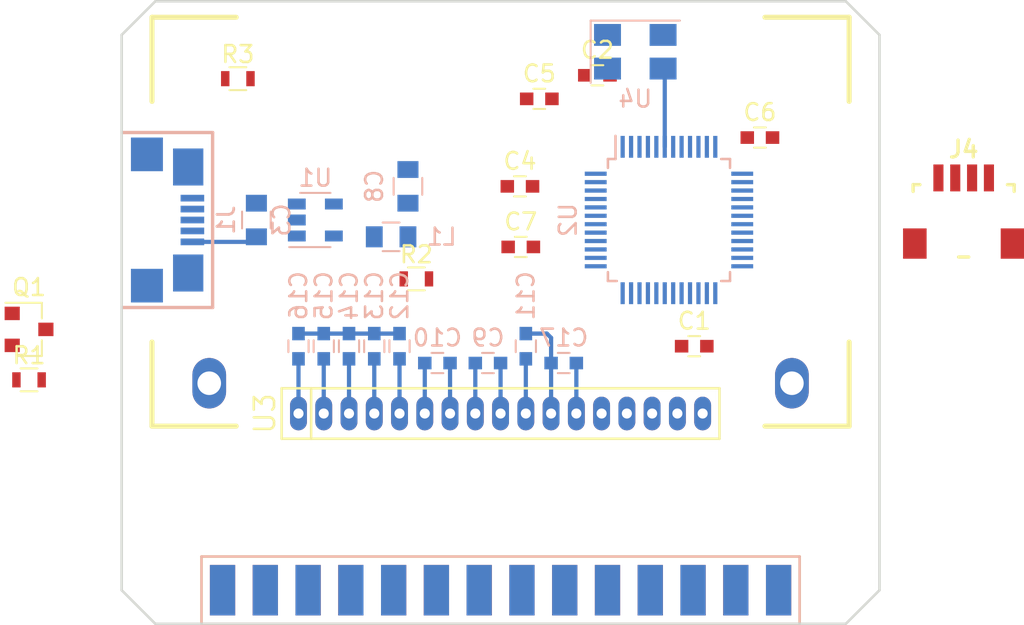
<source format=kicad_pcb>
(kicad_pcb (version 4) (host pcbnew 4.0.6)

  (general
    (links 104)
    (no_connects 85)
    (area 119.424999 65.424999 164.575001 102.575001)
    (thickness 1.6)
    (drawings 8)
    (tracks 24)
    (zones 0)
    (modules 30)
    (nets 53)
  )

  (page A4)
  (layers
    (0 F.Cu signal)
    (31 B.Cu signal)
    (32 B.Adhes user)
    (33 F.Adhes user)
    (34 B.Paste user)
    (35 F.Paste user)
    (36 B.SilkS user)
    (37 F.SilkS user)
    (38 B.Mask user)
    (39 F.Mask user)
    (40 Dwgs.User user)
    (41 Cmts.User user)
    (42 Eco1.User user)
    (43 Eco2.User user)
    (44 Edge.Cuts user)
    (45 Margin user)
    (46 B.CrtYd user)
    (47 F.CrtYd user)
    (48 B.Fab user hide)
    (49 F.Fab user hide)
  )

  (setup
    (last_trace_width 0.25)
    (trace_clearance 0.2)
    (zone_clearance 0.508)
    (zone_45_only no)
    (trace_min 0.2)
    (segment_width 0.2)
    (edge_width 0.15)
    (via_size 0.6)
    (via_drill 0.4)
    (via_min_size 0.4)
    (via_min_drill 0.3)
    (uvia_size 0.3)
    (uvia_drill 0.1)
    (uvias_allowed no)
    (uvia_min_size 0.2)
    (uvia_min_drill 0.1)
    (pcb_text_width 0.3)
    (pcb_text_size 1.5 1.5)
    (mod_edge_width 0.15)
    (mod_text_size 1 1)
    (mod_text_width 0.15)
    (pad_size 1.524 1.524)
    (pad_drill 0.762)
    (pad_to_mask_clearance 0.1)
    (aux_axis_origin 0 0)
    (visible_elements 7FFFFFFF)
    (pcbplotparams
      (layerselection 0x00030_80000001)
      (usegerberextensions false)
      (excludeedgelayer true)
      (linewidth 0.100000)
      (plotframeref false)
      (viasonmask false)
      (mode 1)
      (useauxorigin false)
      (hpglpennumber 1)
      (hpglpenspeed 20)
      (hpglpendiameter 15)
      (hpglpenoverlay 2)
      (psnegative false)
      (psa4output false)
      (plotreference true)
      (plotvalue true)
      (plotinvisibletext false)
      (padsonsilk false)
      (subtractmaskfromsilk false)
      (outputformat 1)
      (mirror false)
      (drillshape 1)
      (scaleselection 1)
      (outputdirectory ""))
  )

  (net 0 "")
  (net 1 GND)
  (net 2 +3V3)
  (net 3 "Net-(C9-Pad2)")
  (net 4 "Net-(C9-Pad1)")
  (net 5 "Net-(C10-Pad2)")
  (net 6 "Net-(C10-Pad1)")
  (net 7 "Net-(C11-Pad1)")
  (net 8 "Net-(C12-Pad1)")
  (net 9 "Net-(C13-Pad1)")
  (net 10 "Net-(C14-Pad1)")
  (net 11 "Net-(C15-Pad1)")
  (net 12 "Net-(C16-Pad1)")
  (net 13 "Net-(J1-Pad6)")
  (net 14 /PA0)
  (net 15 /PA1)
  (net 16 /PA2)
  (net 17 /PA3)
  (net 18 /PA4)
  (net 19 /PA5)
  (net 20 /PA6)
  (net 21 /PA7)
  (net 22 /PB0)
  (net 23 /PB1)
  (net 24 /PB10)
  (net 25 /PB11)
  (net 26 /PA9)
  (net 27 /PA10)
  (net 28 /PA15)
  (net 29 /PB3)
  (net 30 /PB4)
  (net 31 /PB5)
  (net 32 /PB6)
  (net 33 /PB7)
  (net 34 /PB8)
  (net 35 /PB9)
  (net 36 "Net-(L1-Pad1)")
  (net 37 "Net-(Q1-Pad1)")
  (net 38 "Net-(Q1-Pad3)")
  (net 39 "Net-(R1-Pad1)")
  (net 40 /LCD_BACKLIGHT)
  (net 41 "Net-(R3-Pad2)")
  (net 42 "Net-(U2-Pad6)")
  (net 43 /LCD_CS)
  (net 44 /LCD_SCK)
  (net 45 /LCD_A0)
  (net 46 /LCD_MOSI)
  (net 47 /LCD_RST)
  (net 48 /VIN)
  (net 49 /SWCLK)
  (net 50 /SWDIO)
  (net 51 /USB_DM)
  (net 52 /USB_DP)

  (net_class Default "This is the default net class."
    (clearance 0.2)
    (trace_width 0.25)
    (via_dia 0.6)
    (via_drill 0.4)
    (uvia_dia 0.3)
    (uvia_drill 0.1)
    (add_net +3V3)
    (add_net /LCD_A0)
    (add_net /LCD_BACKLIGHT)
    (add_net /LCD_CS)
    (add_net /LCD_MOSI)
    (add_net /LCD_RST)
    (add_net /LCD_SCK)
    (add_net /PA0)
    (add_net /PA1)
    (add_net /PA10)
    (add_net /PA15)
    (add_net /PA2)
    (add_net /PA3)
    (add_net /PA4)
    (add_net /PA5)
    (add_net /PA6)
    (add_net /PA7)
    (add_net /PA9)
    (add_net /PB0)
    (add_net /PB1)
    (add_net /PB10)
    (add_net /PB11)
    (add_net /PB3)
    (add_net /PB4)
    (add_net /PB5)
    (add_net /PB6)
    (add_net /PB7)
    (add_net /PB8)
    (add_net /PB9)
    (add_net /SWCLK)
    (add_net /SWDIO)
    (add_net /USB_DM)
    (add_net /USB_DP)
    (add_net /VIN)
    (add_net GND)
    (add_net "Net-(C10-Pad1)")
    (add_net "Net-(C10-Pad2)")
    (add_net "Net-(C11-Pad1)")
    (add_net "Net-(C12-Pad1)")
    (add_net "Net-(C13-Pad1)")
    (add_net "Net-(C14-Pad1)")
    (add_net "Net-(C15-Pad1)")
    (add_net "Net-(C16-Pad1)")
    (add_net "Net-(C9-Pad1)")
    (add_net "Net-(C9-Pad2)")
    (add_net "Net-(J1-Pad6)")
    (add_net "Net-(L1-Pad1)")
    (add_net "Net-(Q1-Pad1)")
    (add_net "Net-(Q1-Pad3)")
    (add_net "Net-(R1-Pad1)")
    (add_net "Net-(R3-Pad2)")
    (add_net "Net-(U2-Pad6)")
  )

  (module Capacitors_SMD:C_0603 (layer F.Cu) (tedit 59958EE7) (tstamp 59ECF5D3)
    (at 153.5 86)
    (descr "Capacitor SMD 0603, reflow soldering, AVX (see smccp.pdf)")
    (tags "capacitor 0603")
    (path /59EB6F1B)
    (attr smd)
    (fp_text reference C1 (at 0 -1.5) (layer F.SilkS)
      (effects (font (size 1 1) (thickness 0.15)))
    )
    (fp_text value 0.1u (at 0 1.5) (layer F.Fab)
      (effects (font (size 1 1) (thickness 0.15)))
    )
    (fp_line (start 1.4 0.65) (end -1.4 0.65) (layer F.CrtYd) (width 0.05))
    (fp_line (start 1.4 0.65) (end 1.4 -0.65) (layer F.CrtYd) (width 0.05))
    (fp_line (start -1.4 -0.65) (end -1.4 0.65) (layer F.CrtYd) (width 0.05))
    (fp_line (start -1.4 -0.65) (end 1.4 -0.65) (layer F.CrtYd) (width 0.05))
    (fp_line (start 0.35 0.6) (end -0.35 0.6) (layer F.SilkS) (width 0.12))
    (fp_line (start -0.35 -0.6) (end 0.35 -0.6) (layer F.SilkS) (width 0.12))
    (fp_line (start -0.8 -0.4) (end 0.8 -0.4) (layer F.Fab) (width 0.1))
    (fp_line (start 0.8 -0.4) (end 0.8 0.4) (layer F.Fab) (width 0.1))
    (fp_line (start 0.8 0.4) (end -0.8 0.4) (layer F.Fab) (width 0.1))
    (fp_line (start -0.8 0.4) (end -0.8 -0.4) (layer F.Fab) (width 0.1))
    (fp_text user %R (at 0 0) (layer F.Fab)
      (effects (font (size 0.3 0.3) (thickness 0.075)))
    )
    (pad 2 smd rect (at 0.75 0) (size 0.8 0.75) (layers F.Cu F.Paste F.Mask)
      (net 1 GND))
    (pad 1 smd rect (at -0.75 0) (size 0.8 0.75) (layers F.Cu F.Paste F.Mask)
      (net 2 +3V3))
    (model Capacitors_SMD.3dshapes/C_0603.wrl
      (at (xyz 0 0 0))
      (scale (xyz 1 1 1))
      (rotate (xyz 0 0 0))
    )
  )

  (module Capacitors_SMD:C_0603 (layer F.Cu) (tedit 59958EE7) (tstamp 59ECF5D9)
    (at 147.75 69.9)
    (descr "Capacitor SMD 0603, reflow soldering, AVX (see smccp.pdf)")
    (tags "capacitor 0603")
    (path /59EB6E48)
    (attr smd)
    (fp_text reference C2 (at 0 -1.5) (layer F.SilkS)
      (effects (font (size 1 1) (thickness 0.15)))
    )
    (fp_text value 0.1u (at 0 1.5) (layer F.Fab)
      (effects (font (size 1 1) (thickness 0.15)))
    )
    (fp_line (start 1.4 0.65) (end -1.4 0.65) (layer F.CrtYd) (width 0.05))
    (fp_line (start 1.4 0.65) (end 1.4 -0.65) (layer F.CrtYd) (width 0.05))
    (fp_line (start -1.4 -0.65) (end -1.4 0.65) (layer F.CrtYd) (width 0.05))
    (fp_line (start -1.4 -0.65) (end 1.4 -0.65) (layer F.CrtYd) (width 0.05))
    (fp_line (start 0.35 0.6) (end -0.35 0.6) (layer F.SilkS) (width 0.12))
    (fp_line (start -0.35 -0.6) (end 0.35 -0.6) (layer F.SilkS) (width 0.12))
    (fp_line (start -0.8 -0.4) (end 0.8 -0.4) (layer F.Fab) (width 0.1))
    (fp_line (start 0.8 -0.4) (end 0.8 0.4) (layer F.Fab) (width 0.1))
    (fp_line (start 0.8 0.4) (end -0.8 0.4) (layer F.Fab) (width 0.1))
    (fp_line (start -0.8 0.4) (end -0.8 -0.4) (layer F.Fab) (width 0.1))
    (fp_text user %R (at 0 0) (layer F.Fab)
      (effects (font (size 0.3 0.3) (thickness 0.075)))
    )
    (pad 2 smd rect (at 0.75 0) (size 0.8 0.75) (layers F.Cu F.Paste F.Mask)
      (net 1 GND))
    (pad 1 smd rect (at -0.75 0) (size 0.8 0.75) (layers F.Cu F.Paste F.Mask)
      (net 2 +3V3))
    (model Capacitors_SMD.3dshapes/C_0603.wrl
      (at (xyz 0 0 0))
      (scale (xyz 1 1 1))
      (rotate (xyz 0 0 0))
    )
  )

  (module Capacitors_SMD:C_0805 (layer B.Cu) (tedit 58AA8463) (tstamp 59ECF5DF)
    (at 127.5 78.5 90)
    (descr "Capacitor SMD 0805, reflow soldering, AVX (see smccp.pdf)")
    (tags "capacitor 0805")
    (path /59EBB34C)
    (attr smd)
    (fp_text reference C3 (at 0 1.5 90) (layer B.SilkS)
      (effects (font (size 1 1) (thickness 0.15)) (justify mirror))
    )
    (fp_text value 10u (at 0 -1.75 90) (layer B.Fab)
      (effects (font (size 1 1) (thickness 0.15)) (justify mirror))
    )
    (fp_text user %R (at 0 1.5 90) (layer B.Fab)
      (effects (font (size 1 1) (thickness 0.15)) (justify mirror))
    )
    (fp_line (start -1 -0.62) (end -1 0.62) (layer B.Fab) (width 0.1))
    (fp_line (start 1 -0.62) (end -1 -0.62) (layer B.Fab) (width 0.1))
    (fp_line (start 1 0.62) (end 1 -0.62) (layer B.Fab) (width 0.1))
    (fp_line (start -1 0.62) (end 1 0.62) (layer B.Fab) (width 0.1))
    (fp_line (start 0.5 0.85) (end -0.5 0.85) (layer B.SilkS) (width 0.12))
    (fp_line (start -0.5 -0.85) (end 0.5 -0.85) (layer B.SilkS) (width 0.12))
    (fp_line (start -1.75 0.88) (end 1.75 0.88) (layer B.CrtYd) (width 0.05))
    (fp_line (start -1.75 0.88) (end -1.75 -0.87) (layer B.CrtYd) (width 0.05))
    (fp_line (start 1.75 -0.87) (end 1.75 0.88) (layer B.CrtYd) (width 0.05))
    (fp_line (start 1.75 -0.87) (end -1.75 -0.87) (layer B.CrtYd) (width 0.05))
    (pad 1 smd rect (at -1 0 90) (size 1 1.25) (layers B.Cu B.Paste B.Mask)
      (net 48 /VIN))
    (pad 2 smd rect (at 1 0 90) (size 1 1.25) (layers B.Cu B.Paste B.Mask)
      (net 1 GND))
    (model Capacitors_SMD.3dshapes/C_0805.wrl
      (at (xyz 0 0 0))
      (scale (xyz 1 1 1))
      (rotate (xyz 0 0 0))
    )
  )

  (module Capacitors_SMD:C_0603 (layer F.Cu) (tedit 59958EE7) (tstamp 59ECF5E5)
    (at 143.15 76.5)
    (descr "Capacitor SMD 0603, reflow soldering, AVX (see smccp.pdf)")
    (tags "capacitor 0603")
    (path /59EB6C54)
    (attr smd)
    (fp_text reference C4 (at 0 -1.5) (layer F.SilkS)
      (effects (font (size 1 1) (thickness 0.15)))
    )
    (fp_text value 1u (at 0 1.5) (layer F.Fab)
      (effects (font (size 1 1) (thickness 0.15)))
    )
    (fp_line (start 1.4 0.65) (end -1.4 0.65) (layer F.CrtYd) (width 0.05))
    (fp_line (start 1.4 0.65) (end 1.4 -0.65) (layer F.CrtYd) (width 0.05))
    (fp_line (start -1.4 -0.65) (end -1.4 0.65) (layer F.CrtYd) (width 0.05))
    (fp_line (start -1.4 -0.65) (end 1.4 -0.65) (layer F.CrtYd) (width 0.05))
    (fp_line (start 0.35 0.6) (end -0.35 0.6) (layer F.SilkS) (width 0.12))
    (fp_line (start -0.35 -0.6) (end 0.35 -0.6) (layer F.SilkS) (width 0.12))
    (fp_line (start -0.8 -0.4) (end 0.8 -0.4) (layer F.Fab) (width 0.1))
    (fp_line (start 0.8 -0.4) (end 0.8 0.4) (layer F.Fab) (width 0.1))
    (fp_line (start 0.8 0.4) (end -0.8 0.4) (layer F.Fab) (width 0.1))
    (fp_line (start -0.8 0.4) (end -0.8 -0.4) (layer F.Fab) (width 0.1))
    (fp_text user %R (at 0 0) (layer F.Fab)
      (effects (font (size 0.3 0.3) (thickness 0.075)))
    )
    (pad 2 smd rect (at 0.75 0) (size 0.8 0.75) (layers F.Cu F.Paste F.Mask)
      (net 2 +3V3))
    (pad 1 smd rect (at -0.75 0) (size 0.8 0.75) (layers F.Cu F.Paste F.Mask)
      (net 1 GND))
    (model Capacitors_SMD.3dshapes/C_0603.wrl
      (at (xyz 0 0 0))
      (scale (xyz 1 1 1))
      (rotate (xyz 0 0 0))
    )
  )

  (module Capacitors_SMD:C_0603 (layer F.Cu) (tedit 59958EE7) (tstamp 59ECF5EB)
    (at 144.3 71.3)
    (descr "Capacitor SMD 0603, reflow soldering, AVX (see smccp.pdf)")
    (tags "capacitor 0603")
    (path /59EB6F71)
    (attr smd)
    (fp_text reference C5 (at 0 -1.5) (layer F.SilkS)
      (effects (font (size 1 1) (thickness 0.15)))
    )
    (fp_text value 0.1u (at 0 1.5) (layer F.Fab)
      (effects (font (size 1 1) (thickness 0.15)))
    )
    (fp_line (start 1.4 0.65) (end -1.4 0.65) (layer F.CrtYd) (width 0.05))
    (fp_line (start 1.4 0.65) (end 1.4 -0.65) (layer F.CrtYd) (width 0.05))
    (fp_line (start -1.4 -0.65) (end -1.4 0.65) (layer F.CrtYd) (width 0.05))
    (fp_line (start -1.4 -0.65) (end 1.4 -0.65) (layer F.CrtYd) (width 0.05))
    (fp_line (start 0.35 0.6) (end -0.35 0.6) (layer F.SilkS) (width 0.12))
    (fp_line (start -0.35 -0.6) (end 0.35 -0.6) (layer F.SilkS) (width 0.12))
    (fp_line (start -0.8 -0.4) (end 0.8 -0.4) (layer F.Fab) (width 0.1))
    (fp_line (start 0.8 -0.4) (end 0.8 0.4) (layer F.Fab) (width 0.1))
    (fp_line (start 0.8 0.4) (end -0.8 0.4) (layer F.Fab) (width 0.1))
    (fp_line (start -0.8 0.4) (end -0.8 -0.4) (layer F.Fab) (width 0.1))
    (fp_text user %R (at 0 0) (layer F.Fab)
      (effects (font (size 0.3 0.3) (thickness 0.075)))
    )
    (pad 2 smd rect (at 0.75 0) (size 0.8 0.75) (layers F.Cu F.Paste F.Mask)
      (net 1 GND))
    (pad 1 smd rect (at -0.75 0) (size 0.8 0.75) (layers F.Cu F.Paste F.Mask)
      (net 2 +3V3))
    (model Capacitors_SMD.3dshapes/C_0603.wrl
      (at (xyz 0 0 0))
      (scale (xyz 1 1 1))
      (rotate (xyz 0 0 0))
    )
  )

  (module Capacitors_SMD:C_0603 (layer F.Cu) (tedit 59958EE7) (tstamp 59ECF5F1)
    (at 157.4 73.6)
    (descr "Capacitor SMD 0603, reflow soldering, AVX (see smccp.pdf)")
    (tags "capacitor 0603")
    (path /59EB6EC2)
    (attr smd)
    (fp_text reference C6 (at 0 -1.5) (layer F.SilkS)
      (effects (font (size 1 1) (thickness 0.15)))
    )
    (fp_text value 0.1u (at 0 1.5) (layer F.Fab)
      (effects (font (size 1 1) (thickness 0.15)))
    )
    (fp_line (start 1.4 0.65) (end -1.4 0.65) (layer F.CrtYd) (width 0.05))
    (fp_line (start 1.4 0.65) (end 1.4 -0.65) (layer F.CrtYd) (width 0.05))
    (fp_line (start -1.4 -0.65) (end -1.4 0.65) (layer F.CrtYd) (width 0.05))
    (fp_line (start -1.4 -0.65) (end 1.4 -0.65) (layer F.CrtYd) (width 0.05))
    (fp_line (start 0.35 0.6) (end -0.35 0.6) (layer F.SilkS) (width 0.12))
    (fp_line (start -0.35 -0.6) (end 0.35 -0.6) (layer F.SilkS) (width 0.12))
    (fp_line (start -0.8 -0.4) (end 0.8 -0.4) (layer F.Fab) (width 0.1))
    (fp_line (start 0.8 -0.4) (end 0.8 0.4) (layer F.Fab) (width 0.1))
    (fp_line (start 0.8 0.4) (end -0.8 0.4) (layer F.Fab) (width 0.1))
    (fp_line (start -0.8 0.4) (end -0.8 -0.4) (layer F.Fab) (width 0.1))
    (fp_text user %R (at 0 0) (layer F.Fab)
      (effects (font (size 0.3 0.3) (thickness 0.075)))
    )
    (pad 2 smd rect (at 0.75 0) (size 0.8 0.75) (layers F.Cu F.Paste F.Mask)
      (net 1 GND))
    (pad 1 smd rect (at -0.75 0) (size 0.8 0.75) (layers F.Cu F.Paste F.Mask)
      (net 2 +3V3))
    (model Capacitors_SMD.3dshapes/C_0603.wrl
      (at (xyz 0 0 0))
      (scale (xyz 1 1 1))
      (rotate (xyz 0 0 0))
    )
  )

  (module Capacitors_SMD:C_0603 (layer F.Cu) (tedit 59958EE7) (tstamp 59ECF5F7)
    (at 143.2 80.1)
    (descr "Capacitor SMD 0603, reflow soldering, AVX (see smccp.pdf)")
    (tags "capacitor 0603")
    (path /59EB6A22)
    (attr smd)
    (fp_text reference C7 (at 0 -1.5) (layer F.SilkS)
      (effects (font (size 1 1) (thickness 0.15)))
    )
    (fp_text value 0.01u (at 0 1.5) (layer F.Fab)
      (effects (font (size 1 1) (thickness 0.15)))
    )
    (fp_line (start 1.4 0.65) (end -1.4 0.65) (layer F.CrtYd) (width 0.05))
    (fp_line (start 1.4 0.65) (end 1.4 -0.65) (layer F.CrtYd) (width 0.05))
    (fp_line (start -1.4 -0.65) (end -1.4 0.65) (layer F.CrtYd) (width 0.05))
    (fp_line (start -1.4 -0.65) (end 1.4 -0.65) (layer F.CrtYd) (width 0.05))
    (fp_line (start 0.35 0.6) (end -0.35 0.6) (layer F.SilkS) (width 0.12))
    (fp_line (start -0.35 -0.6) (end 0.35 -0.6) (layer F.SilkS) (width 0.12))
    (fp_line (start -0.8 -0.4) (end 0.8 -0.4) (layer F.Fab) (width 0.1))
    (fp_line (start 0.8 -0.4) (end 0.8 0.4) (layer F.Fab) (width 0.1))
    (fp_line (start 0.8 0.4) (end -0.8 0.4) (layer F.Fab) (width 0.1))
    (fp_line (start -0.8 0.4) (end -0.8 -0.4) (layer F.Fab) (width 0.1))
    (fp_text user %R (at 0 0) (layer F.Fab)
      (effects (font (size 0.3 0.3) (thickness 0.075)))
    )
    (pad 2 smd rect (at 0.75 0) (size 0.8 0.75) (layers F.Cu F.Paste F.Mask)
      (net 2 +3V3))
    (pad 1 smd rect (at -0.75 0) (size 0.8 0.75) (layers F.Cu F.Paste F.Mask)
      (net 1 GND))
    (model Capacitors_SMD.3dshapes/C_0603.wrl
      (at (xyz 0 0 0))
      (scale (xyz 1 1 1))
      (rotate (xyz 0 0 0))
    )
  )

  (module Capacitors_SMD:C_0805 (layer B.Cu) (tedit 58AA8463) (tstamp 59ECF5FD)
    (at 136.5 76.5 90)
    (descr "Capacitor SMD 0805, reflow soldering, AVX (see smccp.pdf)")
    (tags "capacitor 0805")
    (path /59EBBE63)
    (attr smd)
    (fp_text reference C8 (at 0 -2 90) (layer B.SilkS)
      (effects (font (size 1 1) (thickness 0.15)) (justify mirror))
    )
    (fp_text value 10u (at 0 -1.75 90) (layer B.Fab)
      (effects (font (size 1 1) (thickness 0.15)) (justify mirror))
    )
    (fp_text user %R (at 0 1.5 90) (layer B.Fab)
      (effects (font (size 1 1) (thickness 0.15)) (justify mirror))
    )
    (fp_line (start -1 -0.62) (end -1 0.62) (layer B.Fab) (width 0.1))
    (fp_line (start 1 -0.62) (end -1 -0.62) (layer B.Fab) (width 0.1))
    (fp_line (start 1 0.62) (end 1 -0.62) (layer B.Fab) (width 0.1))
    (fp_line (start -1 0.62) (end 1 0.62) (layer B.Fab) (width 0.1))
    (fp_line (start 0.5 0.85) (end -0.5 0.85) (layer B.SilkS) (width 0.12))
    (fp_line (start -0.5 -0.85) (end 0.5 -0.85) (layer B.SilkS) (width 0.12))
    (fp_line (start -1.75 0.88) (end 1.75 0.88) (layer B.CrtYd) (width 0.05))
    (fp_line (start -1.75 0.88) (end -1.75 -0.87) (layer B.CrtYd) (width 0.05))
    (fp_line (start 1.75 -0.87) (end 1.75 0.88) (layer B.CrtYd) (width 0.05))
    (fp_line (start 1.75 -0.87) (end -1.75 -0.87) (layer B.CrtYd) (width 0.05))
    (pad 1 smd rect (at -1 0 90) (size 1 1.25) (layers B.Cu B.Paste B.Mask)
      (net 2 +3V3))
    (pad 2 smd rect (at 1 0 90) (size 1 1.25) (layers B.Cu B.Paste B.Mask)
      (net 1 GND))
    (model Capacitors_SMD.3dshapes/C_0805.wrl
      (at (xyz 0 0 0))
      (scale (xyz 1 1 1))
      (rotate (xyz 0 0 0))
    )
  )

  (module Capacitors_SMD:C_0603 locked (layer B.Cu) (tedit 59958EE7) (tstamp 59ECF603)
    (at 141.25 87)
    (descr "Capacitor SMD 0603, reflow soldering, AVX (see smccp.pdf)")
    (tags "capacitor 0603")
    (path /59EB2059)
    (attr smd)
    (fp_text reference C9 (at 0 -1.5) (layer B.SilkS)
      (effects (font (size 1 1) (thickness 0.15)) (justify mirror))
    )
    (fp_text value 1u (at 0 -1.5) (layer B.Fab)
      (effects (font (size 1 1) (thickness 0.15)) (justify mirror))
    )
    (fp_line (start 1.4 -0.65) (end -1.4 -0.65) (layer B.CrtYd) (width 0.05))
    (fp_line (start 1.4 -0.65) (end 1.4 0.65) (layer B.CrtYd) (width 0.05))
    (fp_line (start -1.4 0.65) (end -1.4 -0.65) (layer B.CrtYd) (width 0.05))
    (fp_line (start -1.4 0.65) (end 1.4 0.65) (layer B.CrtYd) (width 0.05))
    (fp_line (start 0.35 -0.6) (end -0.35 -0.6) (layer B.SilkS) (width 0.12))
    (fp_line (start -0.35 0.6) (end 0.35 0.6) (layer B.SilkS) (width 0.12))
    (fp_line (start -0.8 0.4) (end 0.8 0.4) (layer B.Fab) (width 0.1))
    (fp_line (start 0.8 0.4) (end 0.8 -0.4) (layer B.Fab) (width 0.1))
    (fp_line (start 0.8 -0.4) (end -0.8 -0.4) (layer B.Fab) (width 0.1))
    (fp_line (start -0.8 -0.4) (end -0.8 0.4) (layer B.Fab) (width 0.1))
    (fp_text user %R (at 0 0) (layer B.Fab)
      (effects (font (size 0.3 0.3) (thickness 0.075)) (justify mirror))
    )
    (pad 2 smd rect (at 0.75 0) (size 0.8 0.75) (layers B.Cu B.Paste B.Mask)
      (net 3 "Net-(C9-Pad2)"))
    (pad 1 smd rect (at -0.75 0) (size 0.8 0.75) (layers B.Cu B.Paste B.Mask)
      (net 4 "Net-(C9-Pad1)"))
    (model Capacitors_SMD.3dshapes/C_0603.wrl
      (at (xyz 0 0 0))
      (scale (xyz 1 1 1))
      (rotate (xyz 0 0 0))
    )
  )

  (module Capacitors_SMD:C_0603 locked (layer B.Cu) (tedit 59958EE7) (tstamp 59ECF609)
    (at 138.25 87)
    (descr "Capacitor SMD 0603, reflow soldering, AVX (see smccp.pdf)")
    (tags "capacitor 0603")
    (path /59EB2010)
    (attr smd)
    (fp_text reference C10 (at 0 -1.5) (layer B.SilkS)
      (effects (font (size 1 1) (thickness 0.15)) (justify mirror))
    )
    (fp_text value 1u (at 0 -1.5) (layer B.Fab)
      (effects (font (size 1 1) (thickness 0.15)) (justify mirror))
    )
    (fp_line (start 1.4 -0.65) (end -1.4 -0.65) (layer B.CrtYd) (width 0.05))
    (fp_line (start 1.4 -0.65) (end 1.4 0.65) (layer B.CrtYd) (width 0.05))
    (fp_line (start -1.4 0.65) (end -1.4 -0.65) (layer B.CrtYd) (width 0.05))
    (fp_line (start -1.4 0.65) (end 1.4 0.65) (layer B.CrtYd) (width 0.05))
    (fp_line (start 0.35 -0.6) (end -0.35 -0.6) (layer B.SilkS) (width 0.12))
    (fp_line (start -0.35 0.6) (end 0.35 0.6) (layer B.SilkS) (width 0.12))
    (fp_line (start -0.8 0.4) (end 0.8 0.4) (layer B.Fab) (width 0.1))
    (fp_line (start 0.8 0.4) (end 0.8 -0.4) (layer B.Fab) (width 0.1))
    (fp_line (start 0.8 -0.4) (end -0.8 -0.4) (layer B.Fab) (width 0.1))
    (fp_line (start -0.8 -0.4) (end -0.8 0.4) (layer B.Fab) (width 0.1))
    (fp_text user %R (at 0 0) (layer B.Fab)
      (effects (font (size 0.3 0.3) (thickness 0.075)) (justify mirror))
    )
    (pad 2 smd rect (at 0.75 0) (size 0.8 0.75) (layers B.Cu B.Paste B.Mask)
      (net 5 "Net-(C10-Pad2)"))
    (pad 1 smd rect (at -0.75 0) (size 0.8 0.75) (layers B.Cu B.Paste B.Mask)
      (net 6 "Net-(C10-Pad1)"))
    (model Capacitors_SMD.3dshapes/C_0603.wrl
      (at (xyz 0 0 0))
      (scale (xyz 1 1 1))
      (rotate (xyz 0 0 0))
    )
  )

  (module Capacitors_SMD:C_0603 locked (layer B.Cu) (tedit 59958EE7) (tstamp 59ECF60F)
    (at 143.5 86 90)
    (descr "Capacitor SMD 0603, reflow soldering, AVX (see smccp.pdf)")
    (tags "capacitor 0603")
    (path /59EB1DA7)
    (attr smd)
    (fp_text reference C11 (at 3 0 90) (layer B.SilkS)
      (effects (font (size 1 1) (thickness 0.15)) (justify mirror))
    )
    (fp_text value 1u (at 0 -1.5 90) (layer B.Fab)
      (effects (font (size 1 1) (thickness 0.15)) (justify mirror))
    )
    (fp_line (start 1.4 -0.65) (end -1.4 -0.65) (layer B.CrtYd) (width 0.05))
    (fp_line (start 1.4 -0.65) (end 1.4 0.65) (layer B.CrtYd) (width 0.05))
    (fp_line (start -1.4 0.65) (end -1.4 -0.65) (layer B.CrtYd) (width 0.05))
    (fp_line (start -1.4 0.65) (end 1.4 0.65) (layer B.CrtYd) (width 0.05))
    (fp_line (start 0.35 -0.6) (end -0.35 -0.6) (layer B.SilkS) (width 0.12))
    (fp_line (start -0.35 0.6) (end 0.35 0.6) (layer B.SilkS) (width 0.12))
    (fp_line (start -0.8 0.4) (end 0.8 0.4) (layer B.Fab) (width 0.1))
    (fp_line (start 0.8 0.4) (end 0.8 -0.4) (layer B.Fab) (width 0.1))
    (fp_line (start 0.8 -0.4) (end -0.8 -0.4) (layer B.Fab) (width 0.1))
    (fp_line (start -0.8 -0.4) (end -0.8 0.4) (layer B.Fab) (width 0.1))
    (fp_text user %R (at 0 0 90) (layer B.Fab)
      (effects (font (size 0.3 0.3) (thickness 0.075)) (justify mirror))
    )
    (pad 2 smd rect (at 0.75 0 90) (size 0.8 0.75) (layers B.Cu B.Paste B.Mask)
      (net 1 GND))
    (pad 1 smd rect (at -0.75 0 90) (size 0.8 0.75) (layers B.Cu B.Paste B.Mask)
      (net 7 "Net-(C11-Pad1)"))
    (model Capacitors_SMD.3dshapes/C_0603.wrl
      (at (xyz 0 0 0))
      (scale (xyz 1 1 1))
      (rotate (xyz 0 0 0))
    )
  )

  (module Capacitors_SMD:C_0603 locked (layer B.Cu) (tedit 59958EE7) (tstamp 59ECF615)
    (at 136 86 90)
    (descr "Capacitor SMD 0603, reflow soldering, AVX (see smccp.pdf)")
    (tags "capacitor 0603")
    (path /59EB171F)
    (attr smd)
    (fp_text reference C12 (at 3 0 90) (layer B.SilkS)
      (effects (font (size 1 1) (thickness 0.15)) (justify mirror))
    )
    (fp_text value 1u (at 0 -1.5 90) (layer B.Fab)
      (effects (font (size 1 1) (thickness 0.15)) (justify mirror))
    )
    (fp_line (start 1.4 -0.65) (end -1.4 -0.65) (layer B.CrtYd) (width 0.05))
    (fp_line (start 1.4 -0.65) (end 1.4 0.65) (layer B.CrtYd) (width 0.05))
    (fp_line (start -1.4 0.65) (end -1.4 -0.65) (layer B.CrtYd) (width 0.05))
    (fp_line (start -1.4 0.65) (end 1.4 0.65) (layer B.CrtYd) (width 0.05))
    (fp_line (start 0.35 -0.6) (end -0.35 -0.6) (layer B.SilkS) (width 0.12))
    (fp_line (start -0.35 0.6) (end 0.35 0.6) (layer B.SilkS) (width 0.12))
    (fp_line (start -0.8 0.4) (end 0.8 0.4) (layer B.Fab) (width 0.1))
    (fp_line (start 0.8 0.4) (end 0.8 -0.4) (layer B.Fab) (width 0.1))
    (fp_line (start 0.8 -0.4) (end -0.8 -0.4) (layer B.Fab) (width 0.1))
    (fp_line (start -0.8 -0.4) (end -0.8 0.4) (layer B.Fab) (width 0.1))
    (fp_text user %R (at 0 0 90) (layer B.Fab)
      (effects (font (size 0.3 0.3) (thickness 0.075)) (justify mirror))
    )
    (pad 2 smd rect (at 0.75 0 90) (size 0.8 0.75) (layers B.Cu B.Paste B.Mask)
      (net 1 GND))
    (pad 1 smd rect (at -0.75 0 90) (size 0.8 0.75) (layers B.Cu B.Paste B.Mask)
      (net 8 "Net-(C12-Pad1)"))
    (model Capacitors_SMD.3dshapes/C_0603.wrl
      (at (xyz 0 0 0))
      (scale (xyz 1 1 1))
      (rotate (xyz 0 0 0))
    )
  )

  (module Capacitors_SMD:C_0603 locked (layer B.Cu) (tedit 59958EE7) (tstamp 59ECF61B)
    (at 134.5 86 90)
    (descr "Capacitor SMD 0603, reflow soldering, AVX (see smccp.pdf)")
    (tags "capacitor 0603")
    (path /59EB1783)
    (attr smd)
    (fp_text reference C13 (at 3 0 90) (layer B.SilkS)
      (effects (font (size 1 1) (thickness 0.15)) (justify mirror))
    )
    (fp_text value 1u (at 0 -1.5 90) (layer B.Fab)
      (effects (font (size 1 1) (thickness 0.15)) (justify mirror))
    )
    (fp_line (start 1.4 -0.65) (end -1.4 -0.65) (layer B.CrtYd) (width 0.05))
    (fp_line (start 1.4 -0.65) (end 1.4 0.65) (layer B.CrtYd) (width 0.05))
    (fp_line (start -1.4 0.65) (end -1.4 -0.65) (layer B.CrtYd) (width 0.05))
    (fp_line (start -1.4 0.65) (end 1.4 0.65) (layer B.CrtYd) (width 0.05))
    (fp_line (start 0.35 -0.6) (end -0.35 -0.6) (layer B.SilkS) (width 0.12))
    (fp_line (start -0.35 0.6) (end 0.35 0.6) (layer B.SilkS) (width 0.12))
    (fp_line (start -0.8 0.4) (end 0.8 0.4) (layer B.Fab) (width 0.1))
    (fp_line (start 0.8 0.4) (end 0.8 -0.4) (layer B.Fab) (width 0.1))
    (fp_line (start 0.8 -0.4) (end -0.8 -0.4) (layer B.Fab) (width 0.1))
    (fp_line (start -0.8 -0.4) (end -0.8 0.4) (layer B.Fab) (width 0.1))
    (fp_text user %R (at 0 0 90) (layer B.Fab)
      (effects (font (size 0.3 0.3) (thickness 0.075)) (justify mirror))
    )
    (pad 2 smd rect (at 0.75 0 90) (size 0.8 0.75) (layers B.Cu B.Paste B.Mask)
      (net 1 GND))
    (pad 1 smd rect (at -0.75 0 90) (size 0.8 0.75) (layers B.Cu B.Paste B.Mask)
      (net 9 "Net-(C13-Pad1)"))
    (model Capacitors_SMD.3dshapes/C_0603.wrl
      (at (xyz 0 0 0))
      (scale (xyz 1 1 1))
      (rotate (xyz 0 0 0))
    )
  )

  (module Capacitors_SMD:C_0603 locked (layer B.Cu) (tedit 59958EE7) (tstamp 59ECF621)
    (at 133 86 90)
    (descr "Capacitor SMD 0603, reflow soldering, AVX (see smccp.pdf)")
    (tags "capacitor 0603")
    (path /59EB17A3)
    (attr smd)
    (fp_text reference C14 (at 3 0 90) (layer B.SilkS)
      (effects (font (size 1 1) (thickness 0.15)) (justify mirror))
    )
    (fp_text value 1u (at 0 -1.5 90) (layer B.Fab)
      (effects (font (size 1 1) (thickness 0.15)) (justify mirror))
    )
    (fp_line (start 1.4 -0.65) (end -1.4 -0.65) (layer B.CrtYd) (width 0.05))
    (fp_line (start 1.4 -0.65) (end 1.4 0.65) (layer B.CrtYd) (width 0.05))
    (fp_line (start -1.4 0.65) (end -1.4 -0.65) (layer B.CrtYd) (width 0.05))
    (fp_line (start -1.4 0.65) (end 1.4 0.65) (layer B.CrtYd) (width 0.05))
    (fp_line (start 0.35 -0.6) (end -0.35 -0.6) (layer B.SilkS) (width 0.12))
    (fp_line (start -0.35 0.6) (end 0.35 0.6) (layer B.SilkS) (width 0.12))
    (fp_line (start -0.8 0.4) (end 0.8 0.4) (layer B.Fab) (width 0.1))
    (fp_line (start 0.8 0.4) (end 0.8 -0.4) (layer B.Fab) (width 0.1))
    (fp_line (start 0.8 -0.4) (end -0.8 -0.4) (layer B.Fab) (width 0.1))
    (fp_line (start -0.8 -0.4) (end -0.8 0.4) (layer B.Fab) (width 0.1))
    (fp_text user %R (at 0 0 90) (layer B.Fab)
      (effects (font (size 0.3 0.3) (thickness 0.075)) (justify mirror))
    )
    (pad 2 smd rect (at 0.75 0 90) (size 0.8 0.75) (layers B.Cu B.Paste B.Mask)
      (net 1 GND))
    (pad 1 smd rect (at -0.75 0 90) (size 0.8 0.75) (layers B.Cu B.Paste B.Mask)
      (net 10 "Net-(C14-Pad1)"))
    (model Capacitors_SMD.3dshapes/C_0603.wrl
      (at (xyz 0 0 0))
      (scale (xyz 1 1 1))
      (rotate (xyz 0 0 0))
    )
  )

  (module Capacitors_SMD:C_0603 locked (layer B.Cu) (tedit 59958EE7) (tstamp 59ECF627)
    (at 131.5 86 90)
    (descr "Capacitor SMD 0603, reflow soldering, AVX (see smccp.pdf)")
    (tags "capacitor 0603")
    (path /59EB17C6)
    (attr smd)
    (fp_text reference C15 (at 3 0 90) (layer B.SilkS)
      (effects (font (size 1 1) (thickness 0.15)) (justify mirror))
    )
    (fp_text value 1u (at 0 -1.5 90) (layer B.Fab)
      (effects (font (size 1 1) (thickness 0.15)) (justify mirror))
    )
    (fp_line (start 1.4 -0.65) (end -1.4 -0.65) (layer B.CrtYd) (width 0.05))
    (fp_line (start 1.4 -0.65) (end 1.4 0.65) (layer B.CrtYd) (width 0.05))
    (fp_line (start -1.4 0.65) (end -1.4 -0.65) (layer B.CrtYd) (width 0.05))
    (fp_line (start -1.4 0.65) (end 1.4 0.65) (layer B.CrtYd) (width 0.05))
    (fp_line (start 0.35 -0.6) (end -0.35 -0.6) (layer B.SilkS) (width 0.12))
    (fp_line (start -0.35 0.6) (end 0.35 0.6) (layer B.SilkS) (width 0.12))
    (fp_line (start -0.8 0.4) (end 0.8 0.4) (layer B.Fab) (width 0.1))
    (fp_line (start 0.8 0.4) (end 0.8 -0.4) (layer B.Fab) (width 0.1))
    (fp_line (start 0.8 -0.4) (end -0.8 -0.4) (layer B.Fab) (width 0.1))
    (fp_line (start -0.8 -0.4) (end -0.8 0.4) (layer B.Fab) (width 0.1))
    (fp_text user %R (at 0 0 90) (layer B.Fab)
      (effects (font (size 0.3 0.3) (thickness 0.075)) (justify mirror))
    )
    (pad 2 smd rect (at 0.75 0 90) (size 0.8 0.75) (layers B.Cu B.Paste B.Mask)
      (net 1 GND))
    (pad 1 smd rect (at -0.75 0 90) (size 0.8 0.75) (layers B.Cu B.Paste B.Mask)
      (net 11 "Net-(C15-Pad1)"))
    (model Capacitors_SMD.3dshapes/C_0603.wrl
      (at (xyz 0 0 0))
      (scale (xyz 1 1 1))
      (rotate (xyz 0 0 0))
    )
  )

  (module Capacitors_SMD:C_0603 locked (layer B.Cu) (tedit 59958EE7) (tstamp 59ECF62D)
    (at 130 86 90)
    (descr "Capacitor SMD 0603, reflow soldering, AVX (see smccp.pdf)")
    (tags "capacitor 0603")
    (path /59EB17E8)
    (attr smd)
    (fp_text reference C16 (at 3 0 90) (layer B.SilkS)
      (effects (font (size 1 1) (thickness 0.15)) (justify mirror))
    )
    (fp_text value 1u (at 0 -1.5 90) (layer B.Fab)
      (effects (font (size 1 1) (thickness 0.15)) (justify mirror))
    )
    (fp_line (start 1.4 -0.65) (end -1.4 -0.65) (layer B.CrtYd) (width 0.05))
    (fp_line (start 1.4 -0.65) (end 1.4 0.65) (layer B.CrtYd) (width 0.05))
    (fp_line (start -1.4 0.65) (end -1.4 -0.65) (layer B.CrtYd) (width 0.05))
    (fp_line (start -1.4 0.65) (end 1.4 0.65) (layer B.CrtYd) (width 0.05))
    (fp_line (start 0.35 -0.6) (end -0.35 -0.6) (layer B.SilkS) (width 0.12))
    (fp_line (start -0.35 0.6) (end 0.35 0.6) (layer B.SilkS) (width 0.12))
    (fp_line (start -0.8 0.4) (end 0.8 0.4) (layer B.Fab) (width 0.1))
    (fp_line (start 0.8 0.4) (end 0.8 -0.4) (layer B.Fab) (width 0.1))
    (fp_line (start 0.8 -0.4) (end -0.8 -0.4) (layer B.Fab) (width 0.1))
    (fp_line (start -0.8 -0.4) (end -0.8 0.4) (layer B.Fab) (width 0.1))
    (fp_text user %R (at 0 0 90) (layer B.Fab)
      (effects (font (size 0.3 0.3) (thickness 0.075)) (justify mirror))
    )
    (pad 2 smd rect (at 0.75 0 90) (size 0.8 0.75) (layers B.Cu B.Paste B.Mask)
      (net 1 GND))
    (pad 1 smd rect (at -0.75 0 90) (size 0.8 0.75) (layers B.Cu B.Paste B.Mask)
      (net 12 "Net-(C16-Pad1)"))
    (model Capacitors_SMD.3dshapes/C_0603.wrl
      (at (xyz 0 0 0))
      (scale (xyz 1 1 1))
      (rotate (xyz 0 0 0))
    )
  )

  (module Capacitors_SMD:C_0603 locked (layer B.Cu) (tedit 59958EE7) (tstamp 59ECF633)
    (at 145.75 87 180)
    (descr "Capacitor SMD 0603, reflow soldering, AVX (see smccp.pdf)")
    (tags "capacitor 0603")
    (path /59ECE544)
    (attr smd)
    (fp_text reference C17 (at 0 1.5 180) (layer B.SilkS)
      (effects (font (size 1 1) (thickness 0.15)) (justify mirror))
    )
    (fp_text value 0.01u (at 0 -1.5 180) (layer B.Fab)
      (effects (font (size 1 1) (thickness 0.15)) (justify mirror))
    )
    (fp_line (start 1.4 -0.65) (end -1.4 -0.65) (layer B.CrtYd) (width 0.05))
    (fp_line (start 1.4 -0.65) (end 1.4 0.65) (layer B.CrtYd) (width 0.05))
    (fp_line (start -1.4 0.65) (end -1.4 -0.65) (layer B.CrtYd) (width 0.05))
    (fp_line (start -1.4 0.65) (end 1.4 0.65) (layer B.CrtYd) (width 0.05))
    (fp_line (start 0.35 -0.6) (end -0.35 -0.6) (layer B.SilkS) (width 0.12))
    (fp_line (start -0.35 0.6) (end 0.35 0.6) (layer B.SilkS) (width 0.12))
    (fp_line (start -0.8 0.4) (end 0.8 0.4) (layer B.Fab) (width 0.1))
    (fp_line (start 0.8 0.4) (end 0.8 -0.4) (layer B.Fab) (width 0.1))
    (fp_line (start 0.8 -0.4) (end -0.8 -0.4) (layer B.Fab) (width 0.1))
    (fp_line (start -0.8 -0.4) (end -0.8 0.4) (layer B.Fab) (width 0.1))
    (fp_text user %R (at 0 0 180) (layer B.Fab)
      (effects (font (size 0.3 0.3) (thickness 0.075)) (justify mirror))
    )
    (pad 2 smd rect (at 0.75 0 180) (size 0.8 0.75) (layers B.Cu B.Paste B.Mask)
      (net 1 GND))
    (pad 1 smd rect (at -0.75 0 180) (size 0.8 0.75) (layers B.Cu B.Paste B.Mask)
      (net 2 +3V3))
    (model Capacitors_SMD.3dshapes/C_0603.wrl
      (at (xyz 0 0 0))
      (scale (xyz 1 1 1))
      (rotate (xyz 0 0 0))
    )
  )

  (module footprints:USB_Micro-B_surface2 (layer B.Cu) (tedit 56ACF8A0) (tstamp 59ECF640)
    (at 121 78.5 90)
    (descr "Micro USB Type B Receptacle")
    (tags "USB USB_B USB_micro USB_OTG")
    (path /59EBA0C6)
    (solder_mask_margin 0.07)
    (attr smd)
    (fp_text reference J1 (at 0 4.7 90) (layer B.SilkS)
      (effects (font (size 1 1) (thickness 0.16)) (justify mirror))
    )
    (fp_text value USB_OTG (at 0 -2.45 90) (layer B.Fab)
      (effects (font (size 1 1) (thickness 0.16)) (justify mirror))
    )
    (fp_line (start 5.2 3.9) (end 5.2 -1.45) (layer B.SilkS) (width 0.2))
    (fp_line (start -5.2 3.9) (end 5.2 3.9) (layer B.SilkS) (width 0.2))
    (fp_line (start -5.2 3.9) (end -5.2 -1.45) (layer B.SilkS) (width 0.2))
    (pad 6 smd rect (at -3.9 0 90) (size 2 1.9) (layers B.Cu B.Mask)
      (net 13 "Net-(J1-Pad6)"))
    (pad 6 smd rect (at 3.9 0 90) (size 2 1.9) (layers B.Cu B.Mask)
      (net 13 "Net-(J1-Pad6)"))
    (pad 6 smd rect (at -3.15 2.45 90) (size 2.2 1.8) (layers B.Cu B.Mask)
      (net 13 "Net-(J1-Pad6)"))
    (pad 1 smd rect (at -1.3 2.7) (size 1.4 0.4) (layers B.Cu B.Mask)
      (net 48 /VIN))
    (pad 2 smd rect (at -0.65 2.7) (size 1.4 0.4) (layers B.Cu B.Mask)
      (net 51 /USB_DM))
    (pad 3 smd rect (at 0 2.7) (size 1.4 0.4) (layers B.Cu B.Mask)
      (net 52 /USB_DP))
    (pad 4 smd rect (at 0.65 2.7) (size 1.4 0.4) (layers B.Cu B.Mask))
    (pad 5 smd rect (at 1.3 2.7) (size 1.4 0.4) (layers B.Cu B.Mask)
      (net 1 GND))
    (pad 6 smd rect (at 3.15 2.45 90) (size 2.2 1.8) (layers B.Cu B.Mask)
      (net 13 "Net-(J1-Pad6)"))
  )

  (module footprints:SOLDERPADS_14 locked (layer B.Cu) (tedit 59ECFFB1) (tstamp 59ECF656)
    (at 142 100.5)
    (path /59EB8595)
    (fp_text reference J2 (at 0 3.5) (layer B.SilkS) hide
      (effects (font (size 1.2 1.2) (thickness 0.15)) (justify mirror))
    )
    (fp_text value CONN_01X14 (at 0 3.2) (layer B.Fab)
      (effects (font (size 1.2 1.2) (thickness 0.15)) (justify mirror))
    )
    (fp_line (start -17.76 2) (end -17.76 -2) (layer B.SilkS) (width 0.15))
    (fp_line (start -17.76 -2) (end 17.76 -2) (layer B.SilkS) (width 0.15))
    (fp_line (start 17.76 -2) (end 17.76 2) (layer B.SilkS) (width 0.15))
    (fp_line (start 17.76 2) (end -17.76 2) (layer B.SilkS) (width 0.15))
    (pad 1 smd rect (at -16.51 0) (size 1.5 3) (layers B.Cu B.Paste B.Mask)
      (net 14 /PA0))
    (pad 2 smd rect (at -13.97 0) (size 1.5 3) (layers B.Cu B.Paste B.Mask)
      (net 15 /PA1))
    (pad 3 smd rect (at -11.43 0) (size 1.5 3) (layers B.Cu B.Paste B.Mask)
      (net 16 /PA2))
    (pad 4 smd rect (at -8.89 0) (size 1.5 3) (layers B.Cu B.Paste B.Mask)
      (net 17 /PA3))
    (pad 5 smd rect (at -6.35 0) (size 1.5 3) (layers B.Cu B.Paste B.Mask)
      (net 18 /PA4))
    (pad 6 smd rect (at -3.81 0) (size 1.5 3) (layers B.Cu B.Paste B.Mask)
      (net 19 /PA5))
    (pad 7 smd rect (at -1.27 0) (size 1.5 3) (layers B.Cu B.Paste B.Mask)
      (net 20 /PA6))
    (pad 8 smd rect (at 1.27 0) (size 1.5 3) (layers B.Cu B.Paste B.Mask)
      (net 21 /PA7))
    (pad 9 smd rect (at 3.81 0) (size 1.5 3) (layers B.Cu B.Paste B.Mask)
      (net 22 /PB0))
    (pad 10 smd rect (at 6.35 0) (size 1.5 3) (layers B.Cu B.Paste B.Mask)
      (net 23 /PB1))
    (pad 11 smd rect (at 8.89 0) (size 1.5 3) (layers B.Cu B.Paste B.Mask)
      (net 24 /PB10))
    (pad 12 smd rect (at 11.43 0) (size 1.5 3) (layers B.Cu B.Paste B.Mask)
      (net 25 /PB11))
    (pad 13 smd rect (at 13.97 0) (size 1.5 3) (layers B.Cu B.Paste B.Mask)
      (net 2 +3V3))
    (pad 14 smd rect (at 16.51 0) (size 1.5 3) (layers B.Cu B.Paste B.Mask)
      (net 1 GND))
  )

  (module footprints:SOLDERPADS_14 locked (layer F.Cu) (tedit 59ECFFB4) (tstamp 59ECF66C)
    (at 142 100.5)
    (path /59EB827C)
    (fp_text reference J3 (at 0 3.5) (layer F.SilkS) hide
      (effects (font (size 1.2 1.2) (thickness 0.15)))
    )
    (fp_text value CONN_01X14 (at 0 -3.2) (layer F.Fab)
      (effects (font (size 1.2 1.2) (thickness 0.15)))
    )
    (fp_line (start -17.76 -2) (end -17.76 2) (layer F.SilkS) (width 0.15))
    (fp_line (start -17.76 2) (end 17.76 2) (layer F.SilkS) (width 0.15))
    (fp_line (start 17.76 2) (end 17.76 -2) (layer F.SilkS) (width 0.15))
    (fp_line (start 17.76 -2) (end -17.76 -2) (layer F.SilkS) (width 0.15))
    (pad 1 smd rect (at -16.51 0) (size 1.5 3) (layers F.Cu F.Paste F.Mask)
      (net 26 /PA9))
    (pad 2 smd rect (at -13.97 0) (size 1.5 3) (layers F.Cu F.Paste F.Mask)
      (net 27 /PA10))
    (pad 3 smd rect (at -11.43 0) (size 1.5 3) (layers F.Cu F.Paste F.Mask)
      (net 28 /PA15))
    (pad 4 smd rect (at -8.89 0) (size 1.5 3) (layers F.Cu F.Paste F.Mask)
      (net 29 /PB3))
    (pad 5 smd rect (at -6.35 0) (size 1.5 3) (layers F.Cu F.Paste F.Mask)
      (net 30 /PB4))
    (pad 6 smd rect (at -3.81 0) (size 1.5 3) (layers F.Cu F.Paste F.Mask)
      (net 31 /PB5))
    (pad 7 smd rect (at -1.27 0) (size 1.5 3) (layers F.Cu F.Paste F.Mask)
      (net 32 /PB6))
    (pad 8 smd rect (at 1.27 0) (size 1.5 3) (layers F.Cu F.Paste F.Mask)
      (net 33 /PB7))
    (pad 9 smd rect (at 3.81 0) (size 1.5 3) (layers F.Cu F.Paste F.Mask)
      (net 34 /PB8))
    (pad 10 smd rect (at 6.35 0) (size 1.5 3) (layers F.Cu F.Paste F.Mask)
      (net 35 /PB9))
    (pad 11 smd rect (at 8.89 0) (size 1.5 3) (layers F.Cu F.Paste F.Mask)
      (net 24 /PB10))
    (pad 12 smd rect (at 11.43 0) (size 1.5 3) (layers F.Cu F.Paste F.Mask)
      (net 25 /PB11))
    (pad 13 smd rect (at 13.97 0) (size 1.5 3) (layers F.Cu F.Paste F.Mask)
      (net 2 +3V3))
    (pad 14 smd rect (at 16.51 0) (size 1.5 3) (layers F.Cu F.Paste F.Mask)
      (net 1 GND))
  )

  (module Capacitors_SMD:C_0805 (layer B.Cu) (tedit 58AA8463) (tstamp 59ECF672)
    (at 135.5 79.5)
    (descr "Capacitor SMD 0805, reflow soldering, AVX (see smccp.pdf)")
    (tags "capacitor 0805")
    (path /59EBBDE9)
    (attr smd)
    (fp_text reference L1 (at 3 0) (layer B.SilkS)
      (effects (font (size 1 1) (thickness 0.15)) (justify mirror))
    )
    (fp_text value 4.7u (at 0 -1.75) (layer B.Fab)
      (effects (font (size 1 1) (thickness 0.15)) (justify mirror))
    )
    (fp_text user %R (at 0 1.5) (layer B.Fab)
      (effects (font (size 1 1) (thickness 0.15)) (justify mirror))
    )
    (fp_line (start -1 -0.62) (end -1 0.62) (layer B.Fab) (width 0.1))
    (fp_line (start 1 -0.62) (end -1 -0.62) (layer B.Fab) (width 0.1))
    (fp_line (start 1 0.62) (end 1 -0.62) (layer B.Fab) (width 0.1))
    (fp_line (start -1 0.62) (end 1 0.62) (layer B.Fab) (width 0.1))
    (fp_line (start 0.5 0.85) (end -0.5 0.85) (layer B.SilkS) (width 0.12))
    (fp_line (start -0.5 -0.85) (end 0.5 -0.85) (layer B.SilkS) (width 0.12))
    (fp_line (start -1.75 0.88) (end 1.75 0.88) (layer B.CrtYd) (width 0.05))
    (fp_line (start -1.75 0.88) (end -1.75 -0.87) (layer B.CrtYd) (width 0.05))
    (fp_line (start 1.75 -0.87) (end 1.75 0.88) (layer B.CrtYd) (width 0.05))
    (fp_line (start 1.75 -0.87) (end -1.75 -0.87) (layer B.CrtYd) (width 0.05))
    (pad 1 smd rect (at -1 0) (size 1 1.25) (layers B.Cu B.Paste B.Mask)
      (net 36 "Net-(L1-Pad1)"))
    (pad 2 smd rect (at 1 0) (size 1 1.25) (layers B.Cu B.Paste B.Mask)
      (net 2 +3V3))
    (model Capacitors_SMD.3dshapes/C_0805.wrl
      (at (xyz 0 0 0))
      (scale (xyz 1 1 1))
      (rotate (xyz 0 0 0))
    )
  )

  (module TO_SOT_Packages_SMD:SOT-23 (layer F.Cu) (tedit 58CE4E7E) (tstamp 59ECF679)
    (at 114 85)
    (descr "SOT-23, Standard")
    (tags SOT-23)
    (path /59EB4CDC)
    (attr smd)
    (fp_text reference Q1 (at 0 -2.5) (layer F.SilkS)
      (effects (font (size 1 1) (thickness 0.15)))
    )
    (fp_text value PMV50XP (at 0 2.5) (layer F.Fab)
      (effects (font (size 1 1) (thickness 0.15)))
    )
    (fp_text user %R (at 0 0 90) (layer F.Fab)
      (effects (font (size 0.5 0.5) (thickness 0.075)))
    )
    (fp_line (start -0.7 -0.95) (end -0.7 1.5) (layer F.Fab) (width 0.1))
    (fp_line (start -0.15 -1.52) (end 0.7 -1.52) (layer F.Fab) (width 0.1))
    (fp_line (start -0.7 -0.95) (end -0.15 -1.52) (layer F.Fab) (width 0.1))
    (fp_line (start 0.7 -1.52) (end 0.7 1.52) (layer F.Fab) (width 0.1))
    (fp_line (start -0.7 1.52) (end 0.7 1.52) (layer F.Fab) (width 0.1))
    (fp_line (start 0.76 1.58) (end 0.76 0.65) (layer F.SilkS) (width 0.12))
    (fp_line (start 0.76 -1.58) (end 0.76 -0.65) (layer F.SilkS) (width 0.12))
    (fp_line (start -1.7 -1.75) (end 1.7 -1.75) (layer F.CrtYd) (width 0.05))
    (fp_line (start 1.7 -1.75) (end 1.7 1.75) (layer F.CrtYd) (width 0.05))
    (fp_line (start 1.7 1.75) (end -1.7 1.75) (layer F.CrtYd) (width 0.05))
    (fp_line (start -1.7 1.75) (end -1.7 -1.75) (layer F.CrtYd) (width 0.05))
    (fp_line (start 0.76 -1.58) (end -1.4 -1.58) (layer F.SilkS) (width 0.12))
    (fp_line (start 0.76 1.58) (end -0.7 1.58) (layer F.SilkS) (width 0.12))
    (pad 1 smd rect (at -1 -0.95) (size 0.9 0.8) (layers F.Cu F.Paste F.Mask)
      (net 37 "Net-(Q1-Pad1)"))
    (pad 2 smd rect (at -1 0.95) (size 0.9 0.8) (layers F.Cu F.Paste F.Mask)
      (net 2 +3V3))
    (pad 3 smd rect (at 1 0) (size 0.9 0.8) (layers F.Cu F.Paste F.Mask)
      (net 38 "Net-(Q1-Pad3)"))
    (model ${KISYS3DMOD}/TO_SOT_Packages_SMD.3dshapes/SOT-23.wrl
      (at (xyz 0 0 0))
      (scale (xyz 1 1 1))
      (rotate (xyz 0 0 0))
    )
  )

  (module Resistors_SMD:R_0603 (layer F.Cu) (tedit 58E0A804) (tstamp 59ECF67F)
    (at 114 88)
    (descr "Resistor SMD 0603, reflow soldering, Vishay (see dcrcw.pdf)")
    (tags "resistor 0603")
    (path /59EB3383)
    (attr smd)
    (fp_text reference R1 (at 0 -1.45) (layer F.SilkS)
      (effects (font (size 1 1) (thickness 0.15)))
    )
    (fp_text value 10 (at 0 1.5) (layer F.Fab)
      (effects (font (size 1 1) (thickness 0.15)))
    )
    (fp_text user %R (at 0 0) (layer F.Fab)
      (effects (font (size 0.4 0.4) (thickness 0.075)))
    )
    (fp_line (start -0.8 0.4) (end -0.8 -0.4) (layer F.Fab) (width 0.1))
    (fp_line (start 0.8 0.4) (end -0.8 0.4) (layer F.Fab) (width 0.1))
    (fp_line (start 0.8 -0.4) (end 0.8 0.4) (layer F.Fab) (width 0.1))
    (fp_line (start -0.8 -0.4) (end 0.8 -0.4) (layer F.Fab) (width 0.1))
    (fp_line (start 0.5 0.68) (end -0.5 0.68) (layer F.SilkS) (width 0.12))
    (fp_line (start -0.5 -0.68) (end 0.5 -0.68) (layer F.SilkS) (width 0.12))
    (fp_line (start -1.25 -0.7) (end 1.25 -0.7) (layer F.CrtYd) (width 0.05))
    (fp_line (start -1.25 -0.7) (end -1.25 0.7) (layer F.CrtYd) (width 0.05))
    (fp_line (start 1.25 0.7) (end 1.25 -0.7) (layer F.CrtYd) (width 0.05))
    (fp_line (start 1.25 0.7) (end -1.25 0.7) (layer F.CrtYd) (width 0.05))
    (pad 1 smd rect (at -0.75 0) (size 0.5 0.9) (layers F.Cu F.Paste F.Mask)
      (net 39 "Net-(R1-Pad1)"))
    (pad 2 smd rect (at 0.75 0) (size 0.5 0.9) (layers F.Cu F.Paste F.Mask)
      (net 38 "Net-(Q1-Pad3)"))
    (model ${KISYS3DMOD}/Resistors_SMD.3dshapes/R_0603.wrl
      (at (xyz 0 0 0))
      (scale (xyz 1 1 1))
      (rotate (xyz 0 0 0))
    )
  )

  (module Resistors_SMD:R_0603 (layer F.Cu) (tedit 58E0A804) (tstamp 59ECF685)
    (at 137 82)
    (descr "Resistor SMD 0603, reflow soldering, Vishay (see dcrcw.pdf)")
    (tags "resistor 0603")
    (path /59EB523D)
    (attr smd)
    (fp_text reference R2 (at 0 -1.45) (layer F.SilkS)
      (effects (font (size 1 1) (thickness 0.15)))
    )
    (fp_text value 180 (at 0 1.5) (layer F.Fab)
      (effects (font (size 1 1) (thickness 0.15)))
    )
    (fp_text user %R (at 0 0) (layer F.Fab)
      (effects (font (size 0.4 0.4) (thickness 0.075)))
    )
    (fp_line (start -0.8 0.4) (end -0.8 -0.4) (layer F.Fab) (width 0.1))
    (fp_line (start 0.8 0.4) (end -0.8 0.4) (layer F.Fab) (width 0.1))
    (fp_line (start 0.8 -0.4) (end 0.8 0.4) (layer F.Fab) (width 0.1))
    (fp_line (start -0.8 -0.4) (end 0.8 -0.4) (layer F.Fab) (width 0.1))
    (fp_line (start 0.5 0.68) (end -0.5 0.68) (layer F.SilkS) (width 0.12))
    (fp_line (start -0.5 -0.68) (end 0.5 -0.68) (layer F.SilkS) (width 0.12))
    (fp_line (start -1.25 -0.7) (end 1.25 -0.7) (layer F.CrtYd) (width 0.05))
    (fp_line (start -1.25 -0.7) (end -1.25 0.7) (layer F.CrtYd) (width 0.05))
    (fp_line (start 1.25 0.7) (end 1.25 -0.7) (layer F.CrtYd) (width 0.05))
    (fp_line (start 1.25 0.7) (end -1.25 0.7) (layer F.CrtYd) (width 0.05))
    (pad 1 smd rect (at -0.75 0) (size 0.5 0.9) (layers F.Cu F.Paste F.Mask)
      (net 40 /LCD_BACKLIGHT))
    (pad 2 smd rect (at 0.75 0) (size 0.5 0.9) (layers F.Cu F.Paste F.Mask)
      (net 37 "Net-(Q1-Pad1)"))
    (model ${KISYS3DMOD}/Resistors_SMD.3dshapes/R_0603.wrl
      (at (xyz 0 0 0))
      (scale (xyz 1 1 1))
      (rotate (xyz 0 0 0))
    )
  )

  (module Resistors_SMD:R_0603 (layer F.Cu) (tedit 58E0A804) (tstamp 59ECF68B)
    (at 126.4 70.1)
    (descr "Resistor SMD 0603, reflow soldering, Vishay (see dcrcw.pdf)")
    (tags "resistor 0603")
    (path /59ECF6FC)
    (attr smd)
    (fp_text reference R3 (at 0 -1.45) (layer F.SilkS)
      (effects (font (size 1 1) (thickness 0.15)))
    )
    (fp_text value 10k (at 0 1.5) (layer F.Fab)
      (effects (font (size 1 1) (thickness 0.15)))
    )
    (fp_text user %R (at 0 0) (layer F.Fab)
      (effects (font (size 0.4 0.4) (thickness 0.075)))
    )
    (fp_line (start -0.8 0.4) (end -0.8 -0.4) (layer F.Fab) (width 0.1))
    (fp_line (start 0.8 0.4) (end -0.8 0.4) (layer F.Fab) (width 0.1))
    (fp_line (start 0.8 -0.4) (end 0.8 0.4) (layer F.Fab) (width 0.1))
    (fp_line (start -0.8 -0.4) (end 0.8 -0.4) (layer F.Fab) (width 0.1))
    (fp_line (start 0.5 0.68) (end -0.5 0.68) (layer F.SilkS) (width 0.12))
    (fp_line (start -0.5 -0.68) (end 0.5 -0.68) (layer F.SilkS) (width 0.12))
    (fp_line (start -1.25 -0.7) (end 1.25 -0.7) (layer F.CrtYd) (width 0.05))
    (fp_line (start -1.25 -0.7) (end -1.25 0.7) (layer F.CrtYd) (width 0.05))
    (fp_line (start 1.25 0.7) (end 1.25 -0.7) (layer F.CrtYd) (width 0.05))
    (fp_line (start 1.25 0.7) (end -1.25 0.7) (layer F.CrtYd) (width 0.05))
    (pad 1 smd rect (at -0.75 0) (size 0.5 0.9) (layers F.Cu F.Paste F.Mask)
      (net 2 +3V3))
    (pad 2 smd rect (at 0.75 0) (size 0.5 0.9) (layers F.Cu F.Paste F.Mask)
      (net 41 "Net-(R3-Pad2)"))
    (model ${KISYS3DMOD}/Resistors_SMD.3dshapes/R_0603.wrl
      (at (xyz 0 0 0))
      (scale (xyz 1 1 1))
      (rotate (xyz 0 0 0))
    )
  )

  (module TO_SOT_Packages_SMD:SOT-23-5 (layer B.Cu) (tedit 58CE4E7E) (tstamp 59ECF694)
    (at 131 78.5)
    (descr "5-pin SOT23 package")
    (tags SOT-23-5)
    (path /59EBAD10)
    (attr smd)
    (fp_text reference U1 (at 0 -2.5) (layer B.SilkS)
      (effects (font (size 1 1) (thickness 0.15)) (justify mirror))
    )
    (fp_text value PAM2305 (at 0 -2.9) (layer B.Fab)
      (effects (font (size 1 1) (thickness 0.15)) (justify mirror))
    )
    (fp_text user %R (at 0 0 270) (layer B.Fab)
      (effects (font (size 0.5 0.5) (thickness 0.075)) (justify mirror))
    )
    (fp_line (start -0.9 -1.61) (end 0.9 -1.61) (layer B.SilkS) (width 0.12))
    (fp_line (start 0.9 1.61) (end -1.55 1.61) (layer B.SilkS) (width 0.12))
    (fp_line (start -1.9 1.8) (end 1.9 1.8) (layer B.CrtYd) (width 0.05))
    (fp_line (start 1.9 1.8) (end 1.9 -1.8) (layer B.CrtYd) (width 0.05))
    (fp_line (start 1.9 -1.8) (end -1.9 -1.8) (layer B.CrtYd) (width 0.05))
    (fp_line (start -1.9 -1.8) (end -1.9 1.8) (layer B.CrtYd) (width 0.05))
    (fp_line (start -0.9 0.9) (end -0.25 1.55) (layer B.Fab) (width 0.1))
    (fp_line (start 0.9 1.55) (end -0.25 1.55) (layer B.Fab) (width 0.1))
    (fp_line (start -0.9 0.9) (end -0.9 -1.55) (layer B.Fab) (width 0.1))
    (fp_line (start 0.9 -1.55) (end -0.9 -1.55) (layer B.Fab) (width 0.1))
    (fp_line (start 0.9 1.55) (end 0.9 -1.55) (layer B.Fab) (width 0.1))
    (pad 1 smd rect (at -1.1 0.95) (size 1.06 0.65) (layers B.Cu B.Paste B.Mask)
      (net 48 /VIN))
    (pad 2 smd rect (at -1.1 0) (size 1.06 0.65) (layers B.Cu B.Paste B.Mask)
      (net 1 GND))
    (pad 3 smd rect (at -1.1 -0.95) (size 1.06 0.65) (layers B.Cu B.Paste B.Mask)
      (net 48 /VIN))
    (pad 4 smd rect (at 1.1 -0.95) (size 1.06 0.65) (layers B.Cu B.Paste B.Mask)
      (net 2 +3V3))
    (pad 5 smd rect (at 1.1 0.95) (size 1.06 0.65) (layers B.Cu B.Paste B.Mask)
      (net 36 "Net-(L1-Pad1)"))
    (model ${KISYS3DMOD}/TO_SOT_Packages_SMD.3dshapes/SOT-23-5.wrl
      (at (xyz 0 0 0))
      (scale (xyz 1 1 1))
      (rotate (xyz 0 0 0))
    )
  )

  (module Housings_QFP:LQFP-48_7x7mm_Pitch0.5mm (layer B.Cu) (tedit 54130A77) (tstamp 59ECF6C8)
    (at 152 78.5 270)
    (descr "48 LEAD LQFP 7x7mm (see MICREL LQFP7x7-48LD-PL-1.pdf)")
    (tags "QFP 0.5")
    (path /59EB1469)
    (attr smd)
    (fp_text reference U2 (at 0 6 270) (layer B.SilkS)
      (effects (font (size 1 1) (thickness 0.15)) (justify mirror))
    )
    (fp_text value STM32F070CBTx_LCD (at 0 -6 270) (layer B.Fab)
      (effects (font (size 1 1) (thickness 0.15)) (justify mirror))
    )
    (fp_text user %R (at 0 0 270) (layer B.Fab)
      (effects (font (size 1 1) (thickness 0.15)) (justify mirror))
    )
    (fp_line (start -2.5 3.5) (end 3.5 3.5) (layer B.Fab) (width 0.15))
    (fp_line (start 3.5 3.5) (end 3.5 -3.5) (layer B.Fab) (width 0.15))
    (fp_line (start 3.5 -3.5) (end -3.5 -3.5) (layer B.Fab) (width 0.15))
    (fp_line (start -3.5 -3.5) (end -3.5 2.5) (layer B.Fab) (width 0.15))
    (fp_line (start -3.5 2.5) (end -2.5 3.5) (layer B.Fab) (width 0.15))
    (fp_line (start -5.25 5.25) (end -5.25 -5.25) (layer B.CrtYd) (width 0.05))
    (fp_line (start 5.25 5.25) (end 5.25 -5.25) (layer B.CrtYd) (width 0.05))
    (fp_line (start -5.25 5.25) (end 5.25 5.25) (layer B.CrtYd) (width 0.05))
    (fp_line (start -5.25 -5.25) (end 5.25 -5.25) (layer B.CrtYd) (width 0.05))
    (fp_line (start -3.625 3.625) (end -3.625 3.175) (layer B.SilkS) (width 0.15))
    (fp_line (start 3.625 3.625) (end 3.625 3.1) (layer B.SilkS) (width 0.15))
    (fp_line (start 3.625 -3.625) (end 3.625 -3.1) (layer B.SilkS) (width 0.15))
    (fp_line (start -3.625 -3.625) (end -3.625 -3.1) (layer B.SilkS) (width 0.15))
    (fp_line (start -3.625 3.625) (end -3.1 3.625) (layer B.SilkS) (width 0.15))
    (fp_line (start -3.625 -3.625) (end -3.1 -3.625) (layer B.SilkS) (width 0.15))
    (fp_line (start 3.625 -3.625) (end 3.1 -3.625) (layer B.SilkS) (width 0.15))
    (fp_line (start 3.625 3.625) (end 3.1 3.625) (layer B.SilkS) (width 0.15))
    (fp_line (start -3.625 3.175) (end -5 3.175) (layer B.SilkS) (width 0.15))
    (pad 1 smd rect (at -4.35 2.75 270) (size 1.3 0.25) (layers B.Cu B.Paste B.Mask)
      (net 2 +3V3))
    (pad 2 smd rect (at -4.35 2.25 270) (size 1.3 0.25) (layers B.Cu B.Paste B.Mask))
    (pad 3 smd rect (at -4.35 1.75 270) (size 1.3 0.25) (layers B.Cu B.Paste B.Mask))
    (pad 4 smd rect (at -4.35 1.25 270) (size 1.3 0.25) (layers B.Cu B.Paste B.Mask))
    (pad 5 smd rect (at -4.35 0.75 270) (size 1.3 0.25) (layers B.Cu B.Paste B.Mask))
    (pad 6 smd rect (at -4.35 0.25 270) (size 1.3 0.25) (layers B.Cu B.Paste B.Mask)
      (net 42 "Net-(U2-Pad6)"))
    (pad 7 smd rect (at -4.35 -0.25 270) (size 1.3 0.25) (layers B.Cu B.Paste B.Mask))
    (pad 8 smd rect (at -4.35 -0.75 270) (size 1.3 0.25) (layers B.Cu B.Paste B.Mask)
      (net 1 GND))
    (pad 9 smd rect (at -4.35 -1.25 270) (size 1.3 0.25) (layers B.Cu B.Paste B.Mask)
      (net 2 +3V3))
    (pad 10 smd rect (at -4.35 -1.75 270) (size 1.3 0.25) (layers B.Cu B.Paste B.Mask)
      (net 14 /PA0))
    (pad 11 smd rect (at -4.35 -2.25 270) (size 1.3 0.25) (layers B.Cu B.Paste B.Mask)
      (net 15 /PA1))
    (pad 12 smd rect (at -4.35 -2.75 270) (size 1.3 0.25) (layers B.Cu B.Paste B.Mask)
      (net 16 /PA2))
    (pad 13 smd rect (at -2.75 -4.35 180) (size 1.3 0.25) (layers B.Cu B.Paste B.Mask)
      (net 17 /PA3))
    (pad 14 smd rect (at -2.25 -4.35 180) (size 1.3 0.25) (layers B.Cu B.Paste B.Mask)
      (net 18 /PA4))
    (pad 15 smd rect (at -1.75 -4.35 180) (size 1.3 0.25) (layers B.Cu B.Paste B.Mask)
      (net 19 /PA5))
    (pad 16 smd rect (at -1.25 -4.35 180) (size 1.3 0.25) (layers B.Cu B.Paste B.Mask)
      (net 20 /PA6))
    (pad 17 smd rect (at -0.75 -4.35 180) (size 1.3 0.25) (layers B.Cu B.Paste B.Mask)
      (net 21 /PA7))
    (pad 18 smd rect (at -0.25 -4.35 180) (size 1.3 0.25) (layers B.Cu B.Paste B.Mask)
      (net 22 /PB0))
    (pad 19 smd rect (at 0.25 -4.35 180) (size 1.3 0.25) (layers B.Cu B.Paste B.Mask)
      (net 23 /PB1))
    (pad 20 smd rect (at 0.75 -4.35 180) (size 1.3 0.25) (layers B.Cu B.Paste B.Mask)
      (net 40 /LCD_BACKLIGHT))
    (pad 21 smd rect (at 1.25 -4.35 180) (size 1.3 0.25) (layers B.Cu B.Paste B.Mask)
      (net 24 /PB10))
    (pad 22 smd rect (at 1.75 -4.35 180) (size 1.3 0.25) (layers B.Cu B.Paste B.Mask)
      (net 25 /PB11))
    (pad 23 smd rect (at 2.25 -4.35 180) (size 1.3 0.25) (layers B.Cu B.Paste B.Mask)
      (net 1 GND))
    (pad 24 smd rect (at 2.75 -4.35 180) (size 1.3 0.25) (layers B.Cu B.Paste B.Mask)
      (net 2 +3V3))
    (pad 25 smd rect (at 4.35 -2.75 270) (size 1.3 0.25) (layers B.Cu B.Paste B.Mask)
      (net 43 /LCD_CS))
    (pad 26 smd rect (at 4.35 -2.25 270) (size 1.3 0.25) (layers B.Cu B.Paste B.Mask)
      (net 44 /LCD_SCK))
    (pad 27 smd rect (at 4.35 -1.75 270) (size 1.3 0.25) (layers B.Cu B.Paste B.Mask)
      (net 45 /LCD_A0))
    (pad 28 smd rect (at 4.35 -1.25 270) (size 1.3 0.25) (layers B.Cu B.Paste B.Mask)
      (net 46 /LCD_MOSI))
    (pad 29 smd rect (at 4.35 -0.75 270) (size 1.3 0.25) (layers B.Cu B.Paste B.Mask)
      (net 47 /LCD_RST))
    (pad 30 smd rect (at 4.35 -0.25 270) (size 1.3 0.25) (layers B.Cu B.Paste B.Mask)
      (net 26 /PA9))
    (pad 31 smd rect (at 4.35 0.25 270) (size 1.3 0.25) (layers B.Cu B.Paste B.Mask)
      (net 27 /PA10))
    (pad 32 smd rect (at 4.35 0.75 270) (size 1.3 0.25) (layers B.Cu B.Paste B.Mask)
      (net 51 /USB_DM))
    (pad 33 smd rect (at 4.35 1.25 270) (size 1.3 0.25) (layers B.Cu B.Paste B.Mask)
      (net 52 /USB_DP))
    (pad 34 smd rect (at 4.35 1.75 270) (size 1.3 0.25) (layers B.Cu B.Paste B.Mask)
      (net 50 /SWDIO))
    (pad 35 smd rect (at 4.35 2.25 270) (size 1.3 0.25) (layers B.Cu B.Paste B.Mask)
      (net 1 GND))
    (pad 36 smd rect (at 4.35 2.75 270) (size 1.3 0.25) (layers B.Cu B.Paste B.Mask)
      (net 2 +3V3))
    (pad 37 smd rect (at 2.75 4.35 180) (size 1.3 0.25) (layers B.Cu B.Paste B.Mask)
      (net 49 /SWCLK))
    (pad 38 smd rect (at 2.25 4.35 180) (size 1.3 0.25) (layers B.Cu B.Paste B.Mask)
      (net 28 /PA15))
    (pad 39 smd rect (at 1.75 4.35 180) (size 1.3 0.25) (layers B.Cu B.Paste B.Mask)
      (net 29 /PB3))
    (pad 40 smd rect (at 1.25 4.35 180) (size 1.3 0.25) (layers B.Cu B.Paste B.Mask)
      (net 30 /PB4))
    (pad 41 smd rect (at 0.75 4.35 180) (size 1.3 0.25) (layers B.Cu B.Paste B.Mask)
      (net 31 /PB5))
    (pad 42 smd rect (at 0.25 4.35 180) (size 1.3 0.25) (layers B.Cu B.Paste B.Mask)
      (net 32 /PB6))
    (pad 43 smd rect (at -0.25 4.35 180) (size 1.3 0.25) (layers B.Cu B.Paste B.Mask)
      (net 33 /PB7))
    (pad 44 smd rect (at -0.75 4.35 180) (size 1.3 0.25) (layers B.Cu B.Paste B.Mask)
      (net 1 GND))
    (pad 45 smd rect (at -1.25 4.35 180) (size 1.3 0.25) (layers B.Cu B.Paste B.Mask)
      (net 34 /PB8))
    (pad 46 smd rect (at -1.75 4.35 180) (size 1.3 0.25) (layers B.Cu B.Paste B.Mask)
      (net 35 /PB9))
    (pad 47 smd rect (at -2.25 4.35 180) (size 1.3 0.25) (layers B.Cu B.Paste B.Mask)
      (net 1 GND))
    (pad 48 smd rect (at -2.75 4.35 180) (size 1.3 0.25) (layers B.Cu B.Paste B.Mask)
      (net 2 +3V3))
    (model ${KISYS3DMOD}/Housings_QFP.3dshapes/LQFP-48_7x7mm_Pitch0.5mm.wrl
      (at (xyz 0 0 0))
      (scale (xyz 1 1 1))
      (rotate (xyz 0 0 0))
    )
  )

  (module footprints:NHD-C12832 locked (layer F.Cu) (tedit 59ECF06C) (tstamp 59ECF6DF)
    (at 142 90)
    (path /59EB15EC)
    (fp_text reference U3 (at -14 0 90) (layer F.SilkS)
      (effects (font (size 1.2 1.2) (thickness 0.15)))
    )
    (fp_text value NHD-C12832-A1Z (at 0 -4.3) (layer F.Fab)
      (effects (font (size 1.2 1.2) (thickness 0.15)))
    )
    (fp_line (start 20.7 -4.25) (end 20.7 0.75) (layer F.SilkS) (width 0.3))
    (fp_line (start 20.7 0.75) (end 15.7 0.75) (layer F.SilkS) (width 0.3))
    (fp_line (start -13 -1.5) (end 13 -1.5) (layer F.SilkS) (width 0.15))
    (fp_line (start 13 -1.5) (end 13 1.5) (layer F.SilkS) (width 0.15))
    (fp_line (start 13 1.5) (end -13 1.5) (layer F.SilkS) (width 0.15))
    (fp_line (start -13 1.5) (end -13 -1.5) (layer F.SilkS) (width 0.15))
    (fp_line (start -11.25 -1.5) (end -11.25 1.5) (layer F.SilkS) (width 0.15))
    (fp_line (start -20.7 -4.25) (end -20.7 0.75) (layer F.SilkS) (width 0.3))
    (fp_line (start -20.7 0.75) (end -15.7 0.75) (layer F.SilkS) (width 0.3))
    (fp_line (start 20.7 -18.55) (end 20.7 -23.55) (layer F.SilkS) (width 0.3))
    (fp_line (start 20.7 -23.55) (end 15.7 -23.55) (layer F.SilkS) (width 0.3))
    (fp_line (start -20.7 -23.55) (end -15.7 -23.55) (layer F.SilkS) (width 0.3))
    (fp_line (start -20.7 -18.55) (end -20.7 -23.55) (layer F.SilkS) (width 0.3))
    (pad 1 thru_hole oval (at -12 0) (size 1 2) (drill 0.6) (layers *.Cu *.Mask)
      (net 12 "Net-(C16-Pad1)"))
    (pad 2 thru_hole oval (at -10.5 0) (size 1 2) (drill 0.6) (layers *.Cu *.Mask)
      (net 11 "Net-(C15-Pad1)"))
    (pad 3 thru_hole oval (at -9 0) (size 1 2) (drill 0.6) (layers *.Cu *.Mask)
      (net 10 "Net-(C14-Pad1)"))
    (pad 4 thru_hole oval (at -7.5 0) (size 1 2) (drill 0.6) (layers *.Cu *.Mask)
      (net 9 "Net-(C13-Pad1)"))
    (pad 5 thru_hole oval (at -6 0) (size 1 2) (drill 0.6) (layers *.Cu *.Mask)
      (net 8 "Net-(C12-Pad1)"))
    (pad 6 thru_hole oval (at -4.5 0) (size 1 2) (drill 0.6) (layers *.Cu *.Mask)
      (net 6 "Net-(C10-Pad1)"))
    (pad 7 thru_hole oval (at -3 0) (size 1 2) (drill 0.6) (layers *.Cu *.Mask)
      (net 5 "Net-(C10-Pad2)"))
    (pad 8 thru_hole oval (at -1.5 0) (size 1 2) (drill 0.6) (layers *.Cu *.Mask)
      (net 4 "Net-(C9-Pad1)"))
    (pad 9 thru_hole oval (at 0 0) (size 1 2) (drill 0.6) (layers *.Cu *.Mask)
      (net 3 "Net-(C9-Pad2)"))
    (pad 10 thru_hole oval (at 1.5 0) (size 1 2) (drill 0.6) (layers *.Cu *.Mask)
      (net 7 "Net-(C11-Pad1)"))
    (pad 11 thru_hole oval (at 3 0) (size 1 2) (drill 0.6) (layers *.Cu *.Mask)
      (net 1 GND))
    (pad 12 thru_hole oval (at 4.5 0) (size 1 2) (drill 0.6) (layers *.Cu *.Mask)
      (net 2 +3V3))
    (pad 13 thru_hole oval (at 6 0) (size 1 2) (drill 0.6) (layers *.Cu *.Mask)
      (net 46 /LCD_MOSI))
    (pad 14 thru_hole oval (at 7.5 0) (size 1 2) (drill 0.6) (layers *.Cu *.Mask)
      (net 44 /LCD_SCK))
    (pad 15 thru_hole oval (at 9 0) (size 1 2) (drill 0.6) (layers *.Cu *.Mask)
      (net 45 /LCD_A0))
    (pad 16 thru_hole oval (at 10.5 0) (size 1 2) (drill 0.6) (layers *.Cu *.Mask)
      (net 47 /LCD_RST))
    (pad 17 thru_hole oval (at 12 0) (size 1 2) (drill 0.6) (layers *.Cu *.Mask)
      (net 43 /LCD_CS))
    (pad 18 thru_hole oval (at -17.3 -1.8) (size 2 3) (drill 1.4) (layers *.Cu *.Mask)
      (net 39 "Net-(R1-Pad1)"))
    (pad 19 thru_hole oval (at 17.3 -1.8) (size 2 3) (drill 1.4) (layers *.Cu *.Mask)
      (net 1 GND))
  )

  (module Crystals:Crystal_SMD_5032-4pin_5.0x3.2mm (layer B.Cu) (tedit 58CD2E9C) (tstamp 59ECF6E7)
    (at 150 68.5)
    (descr "SMD Crystal SERIES SMD2520/4 http://www.icbase.com/File/PDF/HKC/HKC00061008.pdf, 5.0x3.2mm^2 package")
    (tags "SMD SMT crystal")
    (path /59ECD8C1)
    (attr smd)
    (fp_text reference U4 (at 0 2.8) (layer B.SilkS)
      (effects (font (size 1 1) (thickness 0.15)) (justify mirror))
    )
    (fp_text value DSC1001 (at 0 -2.8) (layer B.Fab)
      (effects (font (size 1 1) (thickness 0.15)) (justify mirror))
    )
    (fp_text user %R (at 0 0) (layer B.Fab)
      (effects (font (size 1 1) (thickness 0.15)) (justify mirror))
    )
    (fp_line (start -2.3 1.6) (end 2.3 1.6) (layer B.Fab) (width 0.1))
    (fp_line (start 2.3 1.6) (end 2.5 1.4) (layer B.Fab) (width 0.1))
    (fp_line (start 2.5 1.4) (end 2.5 -1.4) (layer B.Fab) (width 0.1))
    (fp_line (start 2.5 -1.4) (end 2.3 -1.6) (layer B.Fab) (width 0.1))
    (fp_line (start 2.3 -1.6) (end -2.3 -1.6) (layer B.Fab) (width 0.1))
    (fp_line (start -2.3 -1.6) (end -2.5 -1.4) (layer B.Fab) (width 0.1))
    (fp_line (start -2.5 -1.4) (end -2.5 1.4) (layer B.Fab) (width 0.1))
    (fp_line (start -2.5 1.4) (end -2.3 1.6) (layer B.Fab) (width 0.1))
    (fp_line (start -2.5 -0.6) (end -1.5 -1.6) (layer B.Fab) (width 0.1))
    (fp_line (start -2.65 1.85) (end -2.65 -1.85) (layer B.SilkS) (width 0.12))
    (fp_line (start -2.65 -1.85) (end 2.65 -1.85) (layer B.SilkS) (width 0.12))
    (fp_line (start -2.8 1.9) (end -2.8 -1.9) (layer B.CrtYd) (width 0.05))
    (fp_line (start -2.8 -1.9) (end 2.8 -1.9) (layer B.CrtYd) (width 0.05))
    (fp_line (start 2.8 -1.9) (end 2.8 1.9) (layer B.CrtYd) (width 0.05))
    (fp_line (start 2.8 1.9) (end -2.8 1.9) (layer B.CrtYd) (width 0.05))
    (pad 1 smd rect (at -1.65 -1) (size 1.6 1.3) (layers B.Cu B.Paste B.Mask)
      (net 41 "Net-(R3-Pad2)"))
    (pad 2 smd rect (at 1.65 -1) (size 1.6 1.3) (layers B.Cu B.Paste B.Mask)
      (net 1 GND))
    (pad 3 smd rect (at 1.65 1) (size 1.6 1.3) (layers B.Cu B.Paste B.Mask)
      (net 42 "Net-(U2-Pad6)"))
    (pad 4 smd rect (at -1.65 1) (size 1.6 1.3) (layers B.Cu B.Paste B.Mask)
      (net 2 +3V3))
    (model ${KISYS3DMOD}/Crystals.3dshapes/Crystal_SMD_5032-4pin_5.0x3.2mm.wrl
      (at (xyz 0 0 0))
      (scale (xyz 1 1 1))
      (rotate (xyz 0 0 0))
    )
  )

  (module footprints:JST-SH_SM04B (layer F.Cu) (tedit 58B44C3A) (tstamp 59ECFFC4)
    (at 169.5 75.2)
    (path /59ED1F06)
    (fp_text reference J4 (at 0 -0.9) (layer F.SilkS)
      (effects (font (size 1 1) (thickness 0.2)))
    )
    (fp_text value CONN_01X04 (at 0 6.8) (layer F.Fab)
      (effects (font (size 1 1) (thickness 0.2)))
    )
    (fp_line (start -3 1.2) (end -3 1.6) (layer F.SilkS) (width 0.2))
    (fp_line (start -3 1.2) (end -2.6 1.2) (layer F.SilkS) (width 0.2))
    (fp_line (start 3 1.2) (end 3 1.6) (layer F.SilkS) (width 0.2))
    (fp_line (start 3 1.2) (end 2.6 1.2) (layer F.SilkS) (width 0.2))
    (fp_line (start 0.3 5.5) (end -0.3 5.5) (layer F.SilkS) (width 0.2))
    (pad 3 smd rect (at 0.5 0.8) (size 0.6 1.6) (layers F.Cu F.Paste F.Mask)
      (net 2 +3V3))
    (pad 4 smd rect (at 1.5 0.8) (size 0.6 1.6) (layers F.Cu F.Paste F.Mask)
      (net 1 GND))
    (pad 2 smd rect (at -0.5 0.8) (size 0.6 1.6) (layers F.Cu F.Paste F.Mask)
      (net 49 /SWCLK))
    (pad 1 smd rect (at -1.5 0.8) (size 0.6 1.6) (layers F.Cu F.Paste F.Mask)
      (net 50 /SWDIO))
    (pad "" smd rect (at 2.9 4.7) (size 1.4 1.8) (layers F.Cu F.Paste F.Mask))
    (pad "" smd rect (at -2.9 4.7) (size 1.4 1.8) (layers F.Cu F.Paste F.Mask))
  )

  (gr_line (start 121.5 102.5) (end 119.5 100.5) (layer Edge.Cuts) (width 0.15))
  (gr_line (start 162.5 102.5) (end 121.5 102.5) (layer Edge.Cuts) (width 0.15))
  (gr_line (start 164.5 100.5) (end 162.5 102.5) (layer Edge.Cuts) (width 0.15))
  (gr_line (start 164.5 67.5) (end 164.5 100.5) (layer Edge.Cuts) (width 0.15))
  (gr_line (start 119.5 67.5) (end 119.5 100.5) (layer Edge.Cuts) (width 0.15))
  (gr_line (start 121.5 65.5) (end 119.5 67.5) (layer Edge.Cuts) (width 0.15))
  (gr_line (start 162.5 65.5) (end 121.5 65.5) (layer Edge.Cuts) (width 0.15))
  (gr_line (start 162.5 65.5) (end 164.5 67.5) (layer Edge.Cuts) (width 0.15))

  (segment (start 127.2 77.2) (end 127.5 77.5) (width 0.25) (layer B.Cu) (net 1))
  (segment (start 144.75 85.25) (end 145 85.5) (width 0.25) (layer B.Cu) (net 1))
  (segment (start 145 85.5) (end 145 87) (width 0.25) (layer B.Cu) (net 1))
  (segment (start 143.5 85.25) (end 144.75 85.25) (width 0.25) (layer B.Cu) (net 1))
  (segment (start 134.5 85.25) (end 136 85.25) (width 0.25) (layer B.Cu) (net 1))
  (segment (start 133 85.25) (end 134.5 85.25) (width 0.25) (layer B.Cu) (net 1))
  (segment (start 131.5 85.25) (end 133 85.25) (width 0.25) (layer B.Cu) (net 1))
  (segment (start 130 85.25) (end 131.5 85.25) (width 0.25) (layer B.Cu) (net 1))
  (segment (start 145 87) (end 145 90) (width 0.25) (layer B.Cu) (net 1))
  (segment (start 146.5 87) (end 146.5 90) (width 0.25) (layer B.Cu) (net 2))
  (segment (start 142 90) (end 142 87) (width 0.25) (layer B.Cu) (net 3))
  (segment (start 140.5 90) (end 140.5 87) (width 0.25) (layer B.Cu) (net 4))
  (segment (start 139 90) (end 139 87) (width 0.25) (layer B.Cu) (net 5))
  (segment (start 137.5 90) (end 137.5 87) (width 0.25) (layer B.Cu) (net 6))
  (segment (start 143.5 86.75) (end 143.5 90) (width 0.25) (layer B.Cu) (net 7))
  (segment (start 136 86.75) (end 136 90) (width 0.25) (layer B.Cu) (net 8))
  (segment (start 134.5 86.75) (end 134.5 90) (width 0.25) (layer B.Cu) (net 9))
  (segment (start 133 86.75) (end 133 90) (width 0.25) (layer B.Cu) (net 10))
  (segment (start 131.5 86.75) (end 131.5 90) (width 0.25) (layer B.Cu) (net 11))
  (segment (start 130 86.75) (end 130 90) (width 0.25) (layer B.Cu) (net 12))
  (segment (start 151.75 74.15) (end 151.75 69.6) (width 0.25) (layer B.Cu) (net 42))
  (segment (start 151.75 69.6) (end 151.65 69.5) (width 0.25) (layer B.Cu) (net 42))
  (segment (start 123.7 79.8) (end 127.2 79.8) (width 0.25) (layer B.Cu) (net 48))
  (segment (start 127.2 79.8) (end 127.5 79.5) (width 0.25) (layer B.Cu) (net 48))

)

</source>
